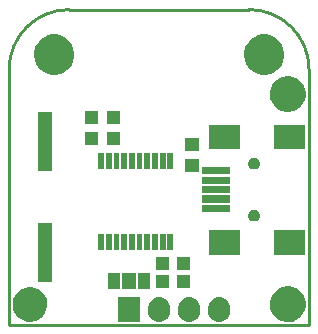
<source format=gbr>
G04 #@! TF.FileFunction,Soldermask,Top*
%FSLAX46Y46*%
G04 Gerber Fmt 4.6, Leading zero omitted, Abs format (unit mm)*
G04 Created by KiCad (PCBNEW 0.201504271001+5626~23~ubuntu14.10.1-product) date Wed 29 Apr 2015 11:50:05 EEST*
%MOMM*%
G01*
G04 APERTURE LIST*
%ADD10C,0.100000*%
%ADD11C,0.254000*%
G04 APERTURE END LIST*
D10*
D11*
X175260000Y-111760000D02*
X175260000Y-109220000D01*
X149860000Y-109220000D02*
X149860000Y-111760000D01*
X175260000Y-109220000D02*
G75*
G03X170180000Y-104140000I-5080000J0D01*
G01*
X154940000Y-104140000D02*
G75*
G03X149860000Y-109220000I0J-5080000D01*
G01*
X154940000Y-104140000D02*
X170180000Y-104140000D01*
X149860000Y-130810000D02*
X149860000Y-129540000D01*
X175260000Y-130810000D02*
X175260000Y-129540000D01*
X149860000Y-130810000D02*
X175260000Y-130810000D01*
X149860000Y-111760000D02*
X149860000Y-129540000D01*
X175260000Y-129540000D02*
X175260000Y-111760000D01*
D10*
G36*
X153090562Y-128951830D02*
X153085980Y-129280027D01*
X153085940Y-129280202D01*
X153085940Y-129280204D01*
X153022321Y-129560228D01*
X152905448Y-129822725D01*
X152905448Y-129822728D01*
X152739818Y-130057523D01*
X152739815Y-130057524D01*
X152531733Y-130255680D01*
X152531732Y-130255680D01*
X152289122Y-130409646D01*
X152021228Y-130513554D01*
X151738251Y-130563452D01*
X151450974Y-130557434D01*
X151170342Y-130495733D01*
X150907030Y-130380694D01*
X150907026Y-130380693D01*
X150671078Y-130216705D01*
X150471475Y-130010010D01*
X150315820Y-129768482D01*
X150210045Y-129501322D01*
X150158174Y-129218700D01*
X150162185Y-128931383D01*
X150221927Y-128650323D01*
X150335122Y-128386220D01*
X150497460Y-128149130D01*
X150702757Y-127948089D01*
X150943196Y-127790750D01*
X151209610Y-127683112D01*
X151491864Y-127629268D01*
X151779196Y-127631275D01*
X152060668Y-127689053D01*
X152325553Y-127800400D01*
X152563775Y-127961083D01*
X152766244Y-128164971D01*
X152925256Y-128404303D01*
X153034752Y-128669960D01*
X153090529Y-128951651D01*
X153090528Y-128951662D01*
X153090562Y-128951830D01*
X153090562Y-128951830D01*
G37*
G36*
X153508800Y-117779800D02*
X152307200Y-117779800D01*
X152307200Y-112852200D01*
X153508800Y-112852200D01*
X153508800Y-117779800D01*
X153508800Y-117779800D01*
G37*
G36*
X153508800Y-127177800D02*
X152307200Y-127177800D01*
X152307200Y-122250200D01*
X153508800Y-122250200D01*
X153508800Y-127177800D01*
X153508800Y-127177800D01*
G37*
G36*
X155370872Y-107783228D02*
X155365553Y-108164198D01*
X155365514Y-108164369D01*
X155365514Y-108164375D01*
X155291658Y-108489455D01*
X155155992Y-108794161D01*
X155155992Y-108794164D01*
X154963729Y-109066714D01*
X154963727Y-109066715D01*
X154722185Y-109296734D01*
X154440563Y-109475457D01*
X154129592Y-109596073D01*
X154129592Y-109596074D01*
X153801113Y-109653994D01*
X153467643Y-109647008D01*
X153141885Y-109575386D01*
X152836230Y-109441849D01*
X152562342Y-109251492D01*
X152330643Y-109011560D01*
X152149960Y-108731195D01*
X152027176Y-108421076D01*
X151966964Y-108093010D01*
X151971621Y-107759494D01*
X152040968Y-107433240D01*
X152172365Y-107126669D01*
X152360807Y-106851456D01*
X152599115Y-106618089D01*
X152878216Y-106435450D01*
X153187469Y-106310503D01*
X153515107Y-106248003D01*
X153848642Y-106250332D01*
X154175374Y-106317400D01*
X154482852Y-106446652D01*
X154482856Y-106446655D01*
X154759379Y-106633172D01*
X154994405Y-106869844D01*
X155178986Y-107147660D01*
X155306087Y-107456034D01*
X155306087Y-107456036D01*
X155370839Y-107783049D01*
X155370838Y-107783060D01*
X155370872Y-107783228D01*
X155370872Y-107783228D01*
G37*
G36*
X157378400Y-113868200D02*
X156260800Y-113868200D01*
X156260800Y-112750600D01*
X157378400Y-112750600D01*
X157378400Y-113868200D01*
X157378400Y-113868200D01*
G37*
G36*
X157378400Y-115646200D02*
X156260800Y-115646200D01*
X156260800Y-114528600D01*
X157378400Y-114528600D01*
X157378400Y-115646200D01*
X157378400Y-115646200D01*
G37*
G36*
X157899100Y-117652800D02*
X157416500Y-117652800D01*
X157416500Y-116281200D01*
X157899100Y-116281200D01*
X157899100Y-117652800D01*
X157899100Y-117652800D01*
G37*
G36*
X157899100Y-124510800D02*
X157416500Y-124510800D01*
X157416500Y-123139200D01*
X157899100Y-123139200D01*
X157899100Y-124510800D01*
X157899100Y-124510800D01*
G37*
G36*
X158534100Y-117652800D02*
X158051500Y-117652800D01*
X158051500Y-116281200D01*
X158534100Y-116281200D01*
X158534100Y-117652800D01*
X158534100Y-117652800D01*
G37*
G36*
X158534100Y-124510800D02*
X158051500Y-124510800D01*
X158051500Y-123139200D01*
X158534100Y-123139200D01*
X158534100Y-124510800D01*
X158534100Y-124510800D01*
G37*
G36*
X159194500Y-117652800D02*
X158711900Y-117652800D01*
X158711900Y-116281200D01*
X159194500Y-116281200D01*
X159194500Y-117652800D01*
X159194500Y-117652800D01*
G37*
G36*
X159194500Y-124510800D02*
X158711900Y-124510800D01*
X158711900Y-123139200D01*
X159194500Y-123139200D01*
X159194500Y-124510800D01*
X159194500Y-124510800D01*
G37*
G36*
X159232600Y-113868200D02*
X158115000Y-113868200D01*
X158115000Y-112750600D01*
X159232600Y-112750600D01*
X159232600Y-113868200D01*
X159232600Y-113868200D01*
G37*
G36*
X159232600Y-115646200D02*
X158115000Y-115646200D01*
X158115000Y-114528600D01*
X159232600Y-114528600D01*
X159232600Y-115646200D01*
X159232600Y-115646200D01*
G37*
G36*
X159245300Y-127838200D02*
X158254700Y-127838200D01*
X158254700Y-126466600D01*
X159245300Y-126466600D01*
X159245300Y-127838200D01*
X159245300Y-127838200D01*
G37*
G36*
X159829500Y-117652800D02*
X159346900Y-117652800D01*
X159346900Y-116281200D01*
X159829500Y-116281200D01*
X159829500Y-117652800D01*
X159829500Y-117652800D01*
G37*
G36*
X159829500Y-124510800D02*
X159346900Y-124510800D01*
X159346900Y-123139200D01*
X159829500Y-123139200D01*
X159829500Y-124510800D01*
X159829500Y-124510800D01*
G37*
G36*
X160489900Y-117652800D02*
X160007300Y-117652800D01*
X160007300Y-116281200D01*
X160489900Y-116281200D01*
X160489900Y-117652800D01*
X160489900Y-117652800D01*
G37*
G36*
X160489900Y-124510800D02*
X160007300Y-124510800D01*
X160007300Y-123139200D01*
X160489900Y-123139200D01*
X160489900Y-124510800D01*
X160489900Y-124510800D01*
G37*
G36*
X160642300Y-127838200D02*
X159397700Y-127838200D01*
X159397700Y-126466600D01*
X160642300Y-126466600D01*
X160642300Y-127838200D01*
X160642300Y-127838200D01*
G37*
G36*
X160934400Y-130606800D02*
X159105600Y-130606800D01*
X159105600Y-128473200D01*
X160934400Y-128473200D01*
X160934400Y-130606800D01*
X160934400Y-130606800D01*
G37*
G36*
X161150300Y-117652800D02*
X160667700Y-117652800D01*
X160667700Y-116281200D01*
X161150300Y-116281200D01*
X161150300Y-117652800D01*
X161150300Y-117652800D01*
G37*
G36*
X161150300Y-124510800D02*
X160667700Y-124510800D01*
X160667700Y-123139200D01*
X161150300Y-123139200D01*
X161150300Y-124510800D01*
X161150300Y-124510800D01*
G37*
G36*
X161785300Y-117652800D02*
X161302700Y-117652800D01*
X161302700Y-116281200D01*
X161785300Y-116281200D01*
X161785300Y-117652800D01*
X161785300Y-117652800D01*
G37*
G36*
X161785300Y-124510800D02*
X161302700Y-124510800D01*
X161302700Y-123139200D01*
X161785300Y-123139200D01*
X161785300Y-124510800D01*
X161785300Y-124510800D01*
G37*
G36*
X161785300Y-127838200D02*
X160794700Y-127838200D01*
X160794700Y-126466600D01*
X161785300Y-126466600D01*
X161785300Y-127838200D01*
X161785300Y-127838200D01*
G37*
G36*
X162445700Y-117652800D02*
X161963100Y-117652800D01*
X161963100Y-116281200D01*
X162445700Y-116281200D01*
X162445700Y-117652800D01*
X162445700Y-117652800D01*
G37*
G36*
X162445700Y-124510800D02*
X161963100Y-124510800D01*
X161963100Y-123139200D01*
X162445700Y-123139200D01*
X162445700Y-124510800D01*
X162445700Y-124510800D01*
G37*
G36*
X163106100Y-117652800D02*
X162623500Y-117652800D01*
X162623500Y-116281200D01*
X163106100Y-116281200D01*
X163106100Y-117652800D01*
X163106100Y-117652800D01*
G37*
G36*
X163106100Y-124510800D02*
X162623500Y-124510800D01*
X162623500Y-123139200D01*
X163106100Y-123139200D01*
X163106100Y-124510800D01*
X163106100Y-124510800D01*
G37*
G36*
X163423600Y-126187200D02*
X162306000Y-126187200D01*
X162306000Y-125069600D01*
X163423600Y-125069600D01*
X163423600Y-126187200D01*
X163423600Y-126187200D01*
G37*
G36*
X163423600Y-127711200D02*
X162306000Y-127711200D01*
X162306000Y-126593600D01*
X163423600Y-126593600D01*
X163423600Y-127711200D01*
X163423600Y-127711200D01*
G37*
G36*
X163474400Y-129697685D02*
X163474335Y-129706845D01*
X163474318Y-129709292D01*
X163474311Y-129710329D01*
X163454418Y-129887676D01*
X163400457Y-130057782D01*
X163314484Y-130214168D01*
X163199772Y-130350876D01*
X163060692Y-130462699D01*
X162902540Y-130545379D01*
X162731341Y-130595765D01*
X162731326Y-130595766D01*
X162731314Y-130595770D01*
X162553620Y-130611941D01*
X162553616Y-130611940D01*
X162376158Y-130593289D01*
X162376155Y-130593288D01*
X162376134Y-130593286D01*
X162205656Y-130540514D01*
X162048674Y-130455634D01*
X161911169Y-130341880D01*
X161798377Y-130203583D01*
X161714595Y-130046013D01*
X161663015Y-129875170D01*
X161645600Y-129697562D01*
X161645600Y-129696440D01*
X161645600Y-129382438D01*
X161645600Y-129382315D01*
X161645664Y-129373154D01*
X161645689Y-129369671D01*
X161665582Y-129192324D01*
X161719543Y-129022218D01*
X161805516Y-128865832D01*
X161920228Y-128729124D01*
X162059308Y-128617301D01*
X162217460Y-128534621D01*
X162388659Y-128484235D01*
X162388673Y-128484233D01*
X162388686Y-128484230D01*
X162566380Y-128468059D01*
X162743842Y-128486711D01*
X162743844Y-128486711D01*
X162743866Y-128486714D01*
X162914344Y-128539486D01*
X163071326Y-128624366D01*
X163208831Y-128738120D01*
X163321623Y-128876417D01*
X163405405Y-129033987D01*
X163456985Y-129204830D01*
X163474400Y-129382438D01*
X163474400Y-129383560D01*
X163474400Y-129697562D01*
X163474400Y-129697685D01*
X163474400Y-129697685D01*
G37*
G36*
X163741100Y-117652800D02*
X163258500Y-117652800D01*
X163258500Y-116281200D01*
X163741100Y-116281200D01*
X163741100Y-117652800D01*
X163741100Y-117652800D01*
G37*
G36*
X163741100Y-124510800D02*
X163258500Y-124510800D01*
X163258500Y-123139200D01*
X163741100Y-123139200D01*
X163741100Y-124510800D01*
X163741100Y-124510800D01*
G37*
G36*
X165201600Y-126187200D02*
X164084000Y-126187200D01*
X164084000Y-125069600D01*
X165201600Y-125069600D01*
X165201600Y-126187200D01*
X165201600Y-126187200D01*
G37*
G36*
X165201600Y-127711200D02*
X164084000Y-127711200D01*
X164084000Y-126593600D01*
X165201600Y-126593600D01*
X165201600Y-127711200D01*
X165201600Y-127711200D01*
G37*
G36*
X165912800Y-116103400D02*
X164795200Y-116103400D01*
X164795200Y-114985800D01*
X165912800Y-114985800D01*
X165912800Y-116103400D01*
X165912800Y-116103400D01*
G37*
G36*
X165912800Y-117881400D02*
X164795200Y-117881400D01*
X164795200Y-116763800D01*
X165912800Y-116763800D01*
X165912800Y-117881400D01*
X165912800Y-117881400D01*
G37*
G36*
X166014400Y-129697685D02*
X166014335Y-129706845D01*
X166014318Y-129709292D01*
X166014311Y-129710329D01*
X165994418Y-129887676D01*
X165940457Y-130057782D01*
X165854484Y-130214168D01*
X165739772Y-130350876D01*
X165600692Y-130462699D01*
X165442540Y-130545379D01*
X165271341Y-130595765D01*
X165271326Y-130595766D01*
X165271314Y-130595770D01*
X165093620Y-130611941D01*
X165093616Y-130611940D01*
X164916158Y-130593289D01*
X164916155Y-130593288D01*
X164916134Y-130593286D01*
X164745656Y-130540514D01*
X164588674Y-130455634D01*
X164451169Y-130341880D01*
X164338377Y-130203583D01*
X164254595Y-130046013D01*
X164203015Y-129875170D01*
X164185600Y-129697562D01*
X164185600Y-129696440D01*
X164185600Y-129382438D01*
X164185600Y-129382315D01*
X164185664Y-129373154D01*
X164185689Y-129369671D01*
X164205582Y-129192324D01*
X164259543Y-129022218D01*
X164345516Y-128865832D01*
X164460228Y-128729124D01*
X164599308Y-128617301D01*
X164757460Y-128534621D01*
X164928659Y-128484235D01*
X164928673Y-128484233D01*
X164928686Y-128484230D01*
X165106380Y-128468059D01*
X165283842Y-128486711D01*
X165283844Y-128486711D01*
X165283866Y-128486714D01*
X165454344Y-128539486D01*
X165611326Y-128624366D01*
X165748831Y-128738120D01*
X165861623Y-128876417D01*
X165945405Y-129033987D01*
X165996985Y-129204830D01*
X166014400Y-129382438D01*
X166014400Y-129383560D01*
X166014400Y-129697562D01*
X166014400Y-129697685D01*
X166014400Y-129697685D01*
G37*
G36*
X168554400Y-129697685D02*
X168554335Y-129706845D01*
X168554318Y-129709292D01*
X168554311Y-129710329D01*
X168534418Y-129887676D01*
X168480457Y-130057782D01*
X168394484Y-130214168D01*
X168279772Y-130350876D01*
X168140692Y-130462699D01*
X167982540Y-130545379D01*
X167811341Y-130595765D01*
X167811326Y-130595766D01*
X167811314Y-130595770D01*
X167633620Y-130611941D01*
X167633616Y-130611940D01*
X167456158Y-130593289D01*
X167456155Y-130593288D01*
X167456134Y-130593286D01*
X167285656Y-130540514D01*
X167128674Y-130455634D01*
X166991169Y-130341880D01*
X166878377Y-130203583D01*
X166794595Y-130046013D01*
X166743015Y-129875170D01*
X166725600Y-129697562D01*
X166725600Y-129696440D01*
X166725600Y-129382438D01*
X166725600Y-129382315D01*
X166725664Y-129373154D01*
X166725689Y-129369671D01*
X166745582Y-129192324D01*
X166799543Y-129022218D01*
X166885516Y-128865832D01*
X167000228Y-128729124D01*
X167139308Y-128617301D01*
X167297460Y-128534621D01*
X167468659Y-128484235D01*
X167468673Y-128484233D01*
X167468686Y-128484230D01*
X167646380Y-128468059D01*
X167823842Y-128486711D01*
X167823844Y-128486711D01*
X167823866Y-128486714D01*
X167994344Y-128539486D01*
X168151326Y-128624366D01*
X168288831Y-128738120D01*
X168401623Y-128876417D01*
X168485405Y-129033987D01*
X168536985Y-129204830D01*
X168554400Y-129382438D01*
X168554400Y-129383560D01*
X168554400Y-129697562D01*
X168554400Y-129697685D01*
X168554400Y-129697685D01*
G37*
G36*
X168587420Y-118080790D02*
X166184580Y-118080790D01*
X166184580Y-117478810D01*
X168587420Y-117478810D01*
X168587420Y-118080790D01*
X168587420Y-118080790D01*
G37*
G36*
X168587420Y-118880890D02*
X166184580Y-118880890D01*
X166184580Y-118278910D01*
X168587420Y-118278910D01*
X168587420Y-118880890D01*
X168587420Y-118880890D01*
G37*
G36*
X168587420Y-119680990D02*
X166184580Y-119680990D01*
X166184580Y-119079010D01*
X168587420Y-119079010D01*
X168587420Y-119680990D01*
X168587420Y-119680990D01*
G37*
G36*
X168587420Y-120481090D02*
X166184580Y-120481090D01*
X166184580Y-119879110D01*
X168587420Y-119879110D01*
X168587420Y-120481090D01*
X168587420Y-120481090D01*
G37*
G36*
X168587420Y-121281190D02*
X166184580Y-121281190D01*
X166184580Y-120679210D01*
X168587420Y-120679210D01*
X168587420Y-121281190D01*
X168587420Y-121281190D01*
G37*
G36*
X169400220Y-115980210D02*
X166799260Y-115980210D01*
X166799260Y-113879630D01*
X169400220Y-113879630D01*
X169400220Y-115980210D01*
X169400220Y-115980210D01*
G37*
G36*
X169400220Y-124880370D02*
X166799260Y-124880370D01*
X166799260Y-122779790D01*
X169400220Y-122779790D01*
X169400220Y-124880370D01*
X169400220Y-124880370D01*
G37*
G36*
X171099501Y-117131295D02*
X171097936Y-117243378D01*
X171097897Y-117243549D01*
X171097897Y-117243555D01*
X171076197Y-117339070D01*
X171036285Y-117428713D01*
X171036283Y-117428714D01*
X170979718Y-117508901D01*
X170979718Y-117508903D01*
X170908657Y-117576573D01*
X170908655Y-117576573D01*
X170825802Y-117629153D01*
X170825801Y-117629155D01*
X170734314Y-117664640D01*
X170637673Y-117681681D01*
X170539565Y-117679626D01*
X170443730Y-117658555D01*
X170353800Y-117619266D01*
X170273223Y-117563263D01*
X170205056Y-117492674D01*
X170151899Y-117410191D01*
X170115776Y-117318955D01*
X170098062Y-117222435D01*
X170098062Y-117222433D01*
X170098747Y-117173373D01*
X170099432Y-117124311D01*
X170119833Y-117028327D01*
X170158491Y-116938134D01*
X170213931Y-116857165D01*
X170284042Y-116788508D01*
X170366157Y-116734773D01*
X170457137Y-116698014D01*
X170553531Y-116679626D01*
X170651656Y-116680312D01*
X170747784Y-116700045D01*
X170838244Y-116738070D01*
X170919598Y-116792944D01*
X170988745Y-116862576D01*
X171043049Y-116944310D01*
X171080442Y-117035033D01*
X171099468Y-117131117D01*
X171099467Y-117131127D01*
X171099501Y-117131295D01*
X171099501Y-117131295D01*
G37*
G36*
X171099501Y-121530575D02*
X171097936Y-121642658D01*
X171097897Y-121642829D01*
X171097897Y-121642835D01*
X171076197Y-121738350D01*
X171036285Y-121827993D01*
X171036283Y-121827994D01*
X170979718Y-121908181D01*
X170979718Y-121908183D01*
X170908657Y-121975853D01*
X170908655Y-121975853D01*
X170825802Y-122028433D01*
X170825801Y-122028435D01*
X170734314Y-122063920D01*
X170637673Y-122080961D01*
X170539565Y-122078906D01*
X170443730Y-122057835D01*
X170353800Y-122018546D01*
X170273223Y-121962543D01*
X170205056Y-121891954D01*
X170151899Y-121809471D01*
X170115776Y-121718235D01*
X170098062Y-121621715D01*
X170098062Y-121621713D01*
X170098747Y-121572653D01*
X170099432Y-121523591D01*
X170119833Y-121427607D01*
X170158491Y-121337414D01*
X170213931Y-121256445D01*
X170284042Y-121187788D01*
X170366157Y-121134053D01*
X170457137Y-121097294D01*
X170553531Y-121078906D01*
X170651656Y-121079592D01*
X170747784Y-121099325D01*
X170838244Y-121137350D01*
X170919598Y-121192224D01*
X170988745Y-121261856D01*
X171043049Y-121343590D01*
X171080442Y-121434313D01*
X171099468Y-121530397D01*
X171099467Y-121530407D01*
X171099501Y-121530575D01*
X171099501Y-121530575D01*
G37*
G36*
X173150872Y-107783228D02*
X173145553Y-108164198D01*
X173145514Y-108164369D01*
X173145514Y-108164375D01*
X173071658Y-108489455D01*
X172935992Y-108794161D01*
X172935992Y-108794164D01*
X172743729Y-109066714D01*
X172743727Y-109066715D01*
X172502185Y-109296734D01*
X172220563Y-109475457D01*
X171909592Y-109596073D01*
X171909592Y-109596074D01*
X171581113Y-109653994D01*
X171247643Y-109647008D01*
X170921885Y-109575386D01*
X170616230Y-109441849D01*
X170342342Y-109251492D01*
X170110643Y-109011560D01*
X169929960Y-108731195D01*
X169807176Y-108421076D01*
X169746964Y-108093010D01*
X169751621Y-107759494D01*
X169820968Y-107433240D01*
X169952365Y-107126669D01*
X170140807Y-106851456D01*
X170379115Y-106618089D01*
X170658216Y-106435450D01*
X170967469Y-106310503D01*
X171295107Y-106248003D01*
X171628642Y-106250332D01*
X171955374Y-106317400D01*
X172262852Y-106446652D01*
X172262856Y-106446655D01*
X172539379Y-106633172D01*
X172774405Y-106869844D01*
X172958986Y-107147660D01*
X173086087Y-107456034D01*
X173086087Y-107456036D01*
X173150839Y-107783049D01*
X173150838Y-107783060D01*
X173150872Y-107783228D01*
X173150872Y-107783228D01*
G37*
G36*
X174899320Y-115980210D02*
X172298360Y-115980210D01*
X172298360Y-113879630D01*
X174899320Y-113879630D01*
X174899320Y-115980210D01*
X174899320Y-115980210D01*
G37*
G36*
X174899320Y-124880370D02*
X172298360Y-124880370D01*
X172298360Y-122779790D01*
X174899320Y-122779790D01*
X174899320Y-124880370D01*
X174899320Y-124880370D01*
G37*
G36*
X174972665Y-111141449D02*
X174967923Y-111481025D01*
X174967884Y-111481196D01*
X174967884Y-111481201D01*
X174902057Y-111770941D01*
X174781132Y-112042539D01*
X174781132Y-112042542D01*
X174609760Y-112285478D01*
X174394460Y-112490505D01*
X174143438Y-112649807D01*
X174143437Y-112649809D01*
X173866256Y-112757320D01*
X173573467Y-112808947D01*
X173276230Y-112802721D01*
X172985868Y-112738880D01*
X172985864Y-112738878D01*
X172713426Y-112619853D01*
X172713423Y-112619852D01*
X172469294Y-112450179D01*
X172262770Y-112236317D01*
X172101719Y-111986415D01*
X171992276Y-111709992D01*
X171938607Y-111417571D01*
X171942758Y-111120293D01*
X172004570Y-110829488D01*
X172121690Y-110556228D01*
X172289657Y-110310918D01*
X172502072Y-110102907D01*
X172750847Y-109940112D01*
X173026497Y-109828743D01*
X173318538Y-109773032D01*
X173615832Y-109775109D01*
X173907063Y-109834889D01*
X174181134Y-109950098D01*
X174427611Y-110116349D01*
X174637102Y-110327308D01*
X174801627Y-110574938D01*
X174914919Y-110849806D01*
X174972631Y-111141270D01*
X174972630Y-111141276D01*
X174972665Y-111141449D01*
X174972665Y-111141449D01*
G37*
G36*
X174972665Y-128946849D02*
X174967923Y-129286425D01*
X174967884Y-129286596D01*
X174967884Y-129286601D01*
X174902057Y-129576341D01*
X174781132Y-129847939D01*
X174781132Y-129847942D01*
X174609760Y-130090878D01*
X174394460Y-130295905D01*
X174143438Y-130455207D01*
X174143437Y-130455209D01*
X173866256Y-130562720D01*
X173573467Y-130614347D01*
X173276230Y-130608121D01*
X172985868Y-130544280D01*
X172985864Y-130544278D01*
X172713426Y-130425253D01*
X172713423Y-130425252D01*
X172469294Y-130255579D01*
X172262770Y-130041717D01*
X172101719Y-129791815D01*
X171992276Y-129515392D01*
X171938607Y-129222971D01*
X171942758Y-128925693D01*
X172004570Y-128634888D01*
X172121690Y-128361628D01*
X172289657Y-128116318D01*
X172502072Y-127908307D01*
X172750847Y-127745512D01*
X173026497Y-127634143D01*
X173318538Y-127578432D01*
X173615832Y-127580509D01*
X173907063Y-127640289D01*
X174181134Y-127755498D01*
X174427611Y-127921749D01*
X174637102Y-128132708D01*
X174801627Y-128380338D01*
X174914919Y-128655206D01*
X174972631Y-128946670D01*
X174972630Y-128946676D01*
X174972665Y-128946849D01*
X174972665Y-128946849D01*
G37*
M02*

</source>
